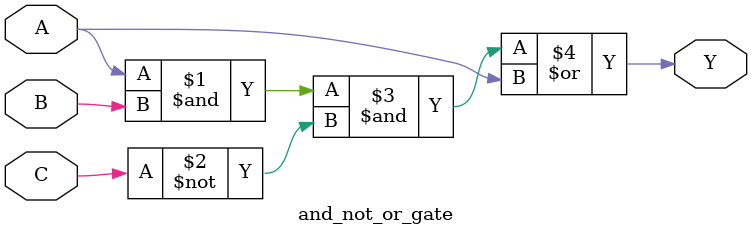
<source format=sv>
module and_not_or_gate (
    input wire A, B, C,   // 输入A, B, C
    output wire Y         // 输出Y
);
    assign Y = (A & B) & ~C | A;  // 与、非和或组合
endmodule

</source>
